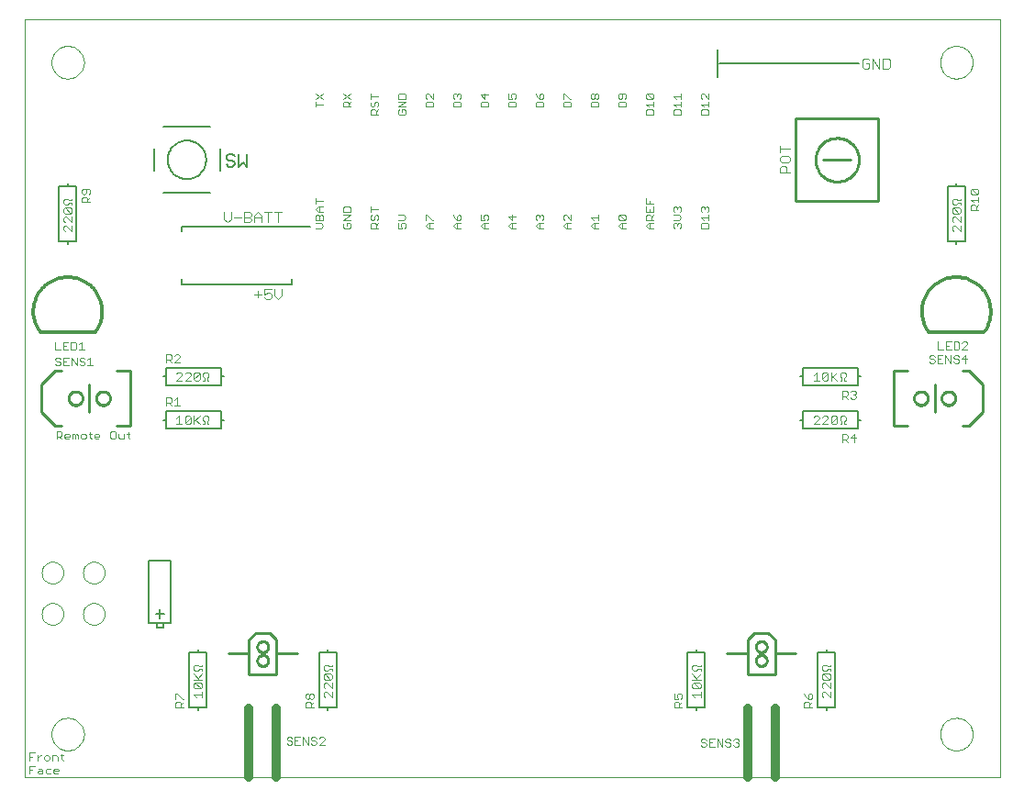
<source format=gto>
G75*
G70*
%OFA0B0*%
%FSLAX24Y24*%
%IPPOS*%
%LPD*%
%AMOC8*
5,1,8,0,0,1.08239X$1,22.5*
%
%ADD10C,0.0000*%
%ADD11C,0.0079*%
%ADD12C,0.0030*%
%ADD13C,0.0040*%
%ADD14C,0.0080*%
%ADD15C,0.0100*%
%ADD16C,0.0320*%
%ADD17C,0.0120*%
%ADD18C,0.0050*%
D10*
X000269Y000500D02*
X000269Y028059D01*
X035702Y028059D01*
X035702Y000500D01*
X000269Y000500D01*
X001253Y002075D02*
X001255Y002123D01*
X001261Y002171D01*
X001271Y002218D01*
X001284Y002264D01*
X001302Y002309D01*
X001322Y002353D01*
X001347Y002395D01*
X001375Y002434D01*
X001405Y002471D01*
X001439Y002505D01*
X001476Y002537D01*
X001514Y002566D01*
X001555Y002591D01*
X001598Y002613D01*
X001643Y002631D01*
X001689Y002645D01*
X001736Y002656D01*
X001784Y002663D01*
X001832Y002666D01*
X001880Y002665D01*
X001928Y002660D01*
X001976Y002651D01*
X002022Y002639D01*
X002067Y002622D01*
X002111Y002602D01*
X002153Y002579D01*
X002193Y002552D01*
X002231Y002522D01*
X002266Y002489D01*
X002298Y002453D01*
X002328Y002415D01*
X002354Y002374D01*
X002376Y002331D01*
X002396Y002287D01*
X002411Y002242D01*
X002423Y002195D01*
X002431Y002147D01*
X002435Y002099D01*
X002435Y002051D01*
X002431Y002003D01*
X002423Y001955D01*
X002411Y001908D01*
X002396Y001863D01*
X002376Y001819D01*
X002354Y001776D01*
X002328Y001735D01*
X002298Y001697D01*
X002266Y001661D01*
X002231Y001628D01*
X002193Y001598D01*
X002153Y001571D01*
X002111Y001548D01*
X002067Y001528D01*
X002022Y001511D01*
X001976Y001499D01*
X001928Y001490D01*
X001880Y001485D01*
X001832Y001484D01*
X001784Y001487D01*
X001736Y001494D01*
X001689Y001505D01*
X001643Y001519D01*
X001598Y001537D01*
X001555Y001559D01*
X001514Y001584D01*
X001476Y001613D01*
X001439Y001645D01*
X001405Y001679D01*
X001375Y001716D01*
X001347Y001755D01*
X001322Y001797D01*
X001302Y001841D01*
X001284Y001886D01*
X001271Y001932D01*
X001261Y001979D01*
X001255Y002027D01*
X001253Y002075D01*
X000898Y006443D02*
X000900Y006482D01*
X000906Y006521D01*
X000916Y006559D01*
X000929Y006596D01*
X000946Y006631D01*
X000966Y006665D01*
X000990Y006696D01*
X001017Y006725D01*
X001046Y006751D01*
X001078Y006774D01*
X001112Y006794D01*
X001148Y006810D01*
X001185Y006822D01*
X001224Y006831D01*
X001263Y006836D01*
X001302Y006837D01*
X001341Y006834D01*
X001380Y006827D01*
X001417Y006816D01*
X001454Y006802D01*
X001489Y006784D01*
X001522Y006763D01*
X001553Y006738D01*
X001581Y006711D01*
X001606Y006681D01*
X001628Y006648D01*
X001647Y006614D01*
X001662Y006578D01*
X001674Y006540D01*
X001682Y006502D01*
X001686Y006463D01*
X001686Y006423D01*
X001682Y006384D01*
X001674Y006346D01*
X001662Y006308D01*
X001647Y006272D01*
X001628Y006238D01*
X001606Y006205D01*
X001581Y006175D01*
X001553Y006148D01*
X001522Y006123D01*
X001489Y006102D01*
X001454Y006084D01*
X001417Y006070D01*
X001380Y006059D01*
X001341Y006052D01*
X001302Y006049D01*
X001263Y006050D01*
X001224Y006055D01*
X001185Y006064D01*
X001148Y006076D01*
X001112Y006092D01*
X001078Y006112D01*
X001046Y006135D01*
X001017Y006161D01*
X000990Y006190D01*
X000966Y006221D01*
X000946Y006255D01*
X000929Y006290D01*
X000916Y006327D01*
X000906Y006365D01*
X000900Y006404D01*
X000898Y006443D01*
X002398Y006443D02*
X002400Y006482D01*
X002406Y006521D01*
X002416Y006559D01*
X002429Y006596D01*
X002446Y006631D01*
X002466Y006665D01*
X002490Y006696D01*
X002517Y006725D01*
X002546Y006751D01*
X002578Y006774D01*
X002612Y006794D01*
X002648Y006810D01*
X002685Y006822D01*
X002724Y006831D01*
X002763Y006836D01*
X002802Y006837D01*
X002841Y006834D01*
X002880Y006827D01*
X002917Y006816D01*
X002954Y006802D01*
X002989Y006784D01*
X003022Y006763D01*
X003053Y006738D01*
X003081Y006711D01*
X003106Y006681D01*
X003128Y006648D01*
X003147Y006614D01*
X003162Y006578D01*
X003174Y006540D01*
X003182Y006502D01*
X003186Y006463D01*
X003186Y006423D01*
X003182Y006384D01*
X003174Y006346D01*
X003162Y006308D01*
X003147Y006272D01*
X003128Y006238D01*
X003106Y006205D01*
X003081Y006175D01*
X003053Y006148D01*
X003022Y006123D01*
X002989Y006102D01*
X002954Y006084D01*
X002917Y006070D01*
X002880Y006059D01*
X002841Y006052D01*
X002802Y006049D01*
X002763Y006050D01*
X002724Y006055D01*
X002685Y006064D01*
X002648Y006076D01*
X002612Y006092D01*
X002578Y006112D01*
X002546Y006135D01*
X002517Y006161D01*
X002490Y006190D01*
X002466Y006221D01*
X002446Y006255D01*
X002429Y006290D01*
X002416Y006327D01*
X002406Y006365D01*
X002400Y006404D01*
X002398Y006443D01*
X002398Y007943D02*
X002400Y007982D01*
X002406Y008021D01*
X002416Y008059D01*
X002429Y008096D01*
X002446Y008131D01*
X002466Y008165D01*
X002490Y008196D01*
X002517Y008225D01*
X002546Y008251D01*
X002578Y008274D01*
X002612Y008294D01*
X002648Y008310D01*
X002685Y008322D01*
X002724Y008331D01*
X002763Y008336D01*
X002802Y008337D01*
X002841Y008334D01*
X002880Y008327D01*
X002917Y008316D01*
X002954Y008302D01*
X002989Y008284D01*
X003022Y008263D01*
X003053Y008238D01*
X003081Y008211D01*
X003106Y008181D01*
X003128Y008148D01*
X003147Y008114D01*
X003162Y008078D01*
X003174Y008040D01*
X003182Y008002D01*
X003186Y007963D01*
X003186Y007923D01*
X003182Y007884D01*
X003174Y007846D01*
X003162Y007808D01*
X003147Y007772D01*
X003128Y007738D01*
X003106Y007705D01*
X003081Y007675D01*
X003053Y007648D01*
X003022Y007623D01*
X002989Y007602D01*
X002954Y007584D01*
X002917Y007570D01*
X002880Y007559D01*
X002841Y007552D01*
X002802Y007549D01*
X002763Y007550D01*
X002724Y007555D01*
X002685Y007564D01*
X002648Y007576D01*
X002612Y007592D01*
X002578Y007612D01*
X002546Y007635D01*
X002517Y007661D01*
X002490Y007690D01*
X002466Y007721D01*
X002446Y007755D01*
X002429Y007790D01*
X002416Y007827D01*
X002406Y007865D01*
X002400Y007904D01*
X002398Y007943D01*
X000898Y007943D02*
X000900Y007982D01*
X000906Y008021D01*
X000916Y008059D01*
X000929Y008096D01*
X000946Y008131D01*
X000966Y008165D01*
X000990Y008196D01*
X001017Y008225D01*
X001046Y008251D01*
X001078Y008274D01*
X001112Y008294D01*
X001148Y008310D01*
X001185Y008322D01*
X001224Y008331D01*
X001263Y008336D01*
X001302Y008337D01*
X001341Y008334D01*
X001380Y008327D01*
X001417Y008316D01*
X001454Y008302D01*
X001489Y008284D01*
X001522Y008263D01*
X001553Y008238D01*
X001581Y008211D01*
X001606Y008181D01*
X001628Y008148D01*
X001647Y008114D01*
X001662Y008078D01*
X001674Y008040D01*
X001682Y008002D01*
X001686Y007963D01*
X001686Y007923D01*
X001682Y007884D01*
X001674Y007846D01*
X001662Y007808D01*
X001647Y007772D01*
X001628Y007738D01*
X001606Y007705D01*
X001581Y007675D01*
X001553Y007648D01*
X001522Y007623D01*
X001489Y007602D01*
X001454Y007584D01*
X001417Y007570D01*
X001380Y007559D01*
X001341Y007552D01*
X001302Y007549D01*
X001263Y007550D01*
X001224Y007555D01*
X001185Y007564D01*
X001148Y007576D01*
X001112Y007592D01*
X001078Y007612D01*
X001046Y007635D01*
X001017Y007661D01*
X000990Y007690D01*
X000966Y007721D01*
X000946Y007755D01*
X000929Y007790D01*
X000916Y007827D01*
X000906Y007865D01*
X000900Y007904D01*
X000898Y007943D01*
X001253Y026484D02*
X001255Y026532D01*
X001261Y026580D01*
X001271Y026627D01*
X001284Y026673D01*
X001302Y026718D01*
X001322Y026762D01*
X001347Y026804D01*
X001375Y026843D01*
X001405Y026880D01*
X001439Y026914D01*
X001476Y026946D01*
X001514Y026975D01*
X001555Y027000D01*
X001598Y027022D01*
X001643Y027040D01*
X001689Y027054D01*
X001736Y027065D01*
X001784Y027072D01*
X001832Y027075D01*
X001880Y027074D01*
X001928Y027069D01*
X001976Y027060D01*
X002022Y027048D01*
X002067Y027031D01*
X002111Y027011D01*
X002153Y026988D01*
X002193Y026961D01*
X002231Y026931D01*
X002266Y026898D01*
X002298Y026862D01*
X002328Y026824D01*
X002354Y026783D01*
X002376Y026740D01*
X002396Y026696D01*
X002411Y026651D01*
X002423Y026604D01*
X002431Y026556D01*
X002435Y026508D01*
X002435Y026460D01*
X002431Y026412D01*
X002423Y026364D01*
X002411Y026317D01*
X002396Y026272D01*
X002376Y026228D01*
X002354Y026185D01*
X002328Y026144D01*
X002298Y026106D01*
X002266Y026070D01*
X002231Y026037D01*
X002193Y026007D01*
X002153Y025980D01*
X002111Y025957D01*
X002067Y025937D01*
X002022Y025920D01*
X001976Y025908D01*
X001928Y025899D01*
X001880Y025894D01*
X001832Y025893D01*
X001784Y025896D01*
X001736Y025903D01*
X001689Y025914D01*
X001643Y025928D01*
X001598Y025946D01*
X001555Y025968D01*
X001514Y025993D01*
X001476Y026022D01*
X001439Y026054D01*
X001405Y026088D01*
X001375Y026125D01*
X001347Y026164D01*
X001322Y026206D01*
X001302Y026250D01*
X001284Y026295D01*
X001271Y026341D01*
X001261Y026388D01*
X001255Y026436D01*
X001253Y026484D01*
X033536Y026484D02*
X033538Y026532D01*
X033544Y026580D01*
X033554Y026627D01*
X033567Y026673D01*
X033585Y026718D01*
X033605Y026762D01*
X033630Y026804D01*
X033658Y026843D01*
X033688Y026880D01*
X033722Y026914D01*
X033759Y026946D01*
X033797Y026975D01*
X033838Y027000D01*
X033881Y027022D01*
X033926Y027040D01*
X033972Y027054D01*
X034019Y027065D01*
X034067Y027072D01*
X034115Y027075D01*
X034163Y027074D01*
X034211Y027069D01*
X034259Y027060D01*
X034305Y027048D01*
X034350Y027031D01*
X034394Y027011D01*
X034436Y026988D01*
X034476Y026961D01*
X034514Y026931D01*
X034549Y026898D01*
X034581Y026862D01*
X034611Y026824D01*
X034637Y026783D01*
X034659Y026740D01*
X034679Y026696D01*
X034694Y026651D01*
X034706Y026604D01*
X034714Y026556D01*
X034718Y026508D01*
X034718Y026460D01*
X034714Y026412D01*
X034706Y026364D01*
X034694Y026317D01*
X034679Y026272D01*
X034659Y026228D01*
X034637Y026185D01*
X034611Y026144D01*
X034581Y026106D01*
X034549Y026070D01*
X034514Y026037D01*
X034476Y026007D01*
X034436Y025980D01*
X034394Y025957D01*
X034350Y025937D01*
X034305Y025920D01*
X034259Y025908D01*
X034211Y025899D01*
X034163Y025894D01*
X034115Y025893D01*
X034067Y025896D01*
X034019Y025903D01*
X033972Y025914D01*
X033926Y025928D01*
X033881Y025946D01*
X033838Y025968D01*
X033797Y025993D01*
X033759Y026022D01*
X033722Y026054D01*
X033688Y026088D01*
X033658Y026125D01*
X033630Y026164D01*
X033605Y026206D01*
X033585Y026250D01*
X033567Y026295D01*
X033554Y026341D01*
X033544Y026388D01*
X033538Y026436D01*
X033536Y026484D01*
X033536Y002075D02*
X033538Y002123D01*
X033544Y002171D01*
X033554Y002218D01*
X033567Y002264D01*
X033585Y002309D01*
X033605Y002353D01*
X033630Y002395D01*
X033658Y002434D01*
X033688Y002471D01*
X033722Y002505D01*
X033759Y002537D01*
X033797Y002566D01*
X033838Y002591D01*
X033881Y002613D01*
X033926Y002631D01*
X033972Y002645D01*
X034019Y002656D01*
X034067Y002663D01*
X034115Y002666D01*
X034163Y002665D01*
X034211Y002660D01*
X034259Y002651D01*
X034305Y002639D01*
X034350Y002622D01*
X034394Y002602D01*
X034436Y002579D01*
X034476Y002552D01*
X034514Y002522D01*
X034549Y002489D01*
X034581Y002453D01*
X034611Y002415D01*
X034637Y002374D01*
X034659Y002331D01*
X034679Y002287D01*
X034694Y002242D01*
X034706Y002195D01*
X034714Y002147D01*
X034718Y002099D01*
X034718Y002051D01*
X034714Y002003D01*
X034706Y001955D01*
X034694Y001908D01*
X034679Y001863D01*
X034659Y001819D01*
X034637Y001776D01*
X034611Y001735D01*
X034581Y001697D01*
X034549Y001661D01*
X034514Y001628D01*
X034476Y001598D01*
X034436Y001571D01*
X034394Y001548D01*
X034350Y001528D01*
X034305Y001511D01*
X034259Y001499D01*
X034211Y001490D01*
X034163Y001485D01*
X034115Y001484D01*
X034067Y001487D01*
X034019Y001494D01*
X033972Y001505D01*
X033926Y001519D01*
X033881Y001537D01*
X033838Y001559D01*
X033797Y001584D01*
X033759Y001613D01*
X033722Y001645D01*
X033688Y001679D01*
X033658Y001716D01*
X033630Y001755D01*
X033605Y001797D01*
X033585Y001841D01*
X033567Y001886D01*
X033554Y001932D01*
X033544Y001979D01*
X033538Y002027D01*
X033536Y002075D01*
D11*
X010662Y020500D02*
X005977Y020500D01*
X005977Y020343D01*
X005977Y018610D02*
X005977Y018413D01*
X009993Y018413D01*
X009993Y018610D01*
X025466Y025933D02*
X025466Y026957D01*
X025505Y026445D02*
X030584Y026445D01*
D12*
X030717Y026568D02*
X030717Y026322D01*
X030779Y026260D01*
X030902Y026260D01*
X030964Y026322D01*
X030964Y026445D01*
X030840Y026445D01*
X030717Y026568D02*
X030779Y026630D01*
X030902Y026630D01*
X030964Y026568D01*
X031085Y026630D02*
X031085Y026260D01*
X031332Y026260D02*
X031332Y026630D01*
X031453Y026630D02*
X031639Y026630D01*
X031700Y026568D01*
X031700Y026322D01*
X031639Y026260D01*
X031453Y026260D01*
X031453Y026630D01*
X031085Y026630D02*
X031332Y026260D01*
X028088Y023334D02*
X027718Y023334D01*
X027718Y023457D02*
X027718Y023210D01*
X027780Y023089D02*
X027718Y023027D01*
X027718Y022904D01*
X027780Y022842D01*
X028027Y022842D01*
X028088Y022904D01*
X028088Y023027D01*
X028027Y023089D01*
X027780Y023089D01*
X027780Y022721D02*
X027903Y022721D01*
X027965Y022659D01*
X027965Y022474D01*
X028088Y022474D02*
X027718Y022474D01*
X027718Y022659D01*
X027780Y022721D01*
X025130Y021190D02*
X025130Y021094D01*
X025082Y021045D01*
X025130Y020944D02*
X025130Y020751D01*
X025130Y020847D02*
X024840Y020847D01*
X024937Y020751D01*
X024888Y020649D02*
X024840Y020601D01*
X024840Y020456D01*
X025130Y020456D01*
X025130Y020601D01*
X025082Y020649D01*
X024888Y020649D01*
X024888Y021045D02*
X024840Y021094D01*
X024840Y021190D01*
X024888Y021239D01*
X024937Y021239D01*
X024985Y021190D01*
X025034Y021239D01*
X025082Y021239D01*
X025130Y021190D01*
X024985Y021190D02*
X024985Y021142D01*
X024130Y021094D02*
X024082Y021045D01*
X024130Y021094D02*
X024130Y021190D01*
X024082Y021239D01*
X024034Y021239D01*
X023985Y021190D01*
X023985Y021142D01*
X023985Y021190D02*
X023937Y021239D01*
X023888Y021239D01*
X023840Y021190D01*
X023840Y021094D01*
X023888Y021045D01*
X023840Y020944D02*
X024034Y020944D01*
X024130Y020847D01*
X024034Y020751D01*
X023840Y020751D01*
X023888Y020649D02*
X023937Y020649D01*
X023985Y020601D01*
X024034Y020649D01*
X024082Y020649D01*
X024130Y020601D01*
X024130Y020504D01*
X024082Y020456D01*
X023985Y020553D02*
X023985Y020601D01*
X023888Y020649D02*
X023840Y020601D01*
X023840Y020504D01*
X023888Y020456D01*
X023130Y020456D02*
X022937Y020456D01*
X022840Y020553D01*
X022937Y020649D01*
X023130Y020649D01*
X023130Y020751D02*
X022840Y020751D01*
X022840Y020896D01*
X022888Y020944D01*
X022985Y020944D01*
X023034Y020896D01*
X023034Y020751D01*
X023034Y020847D02*
X023130Y020944D01*
X023130Y021045D02*
X022840Y021045D01*
X022840Y021239D01*
X022840Y021340D02*
X022840Y021533D01*
X022985Y021437D02*
X022985Y021340D01*
X023130Y021340D02*
X022840Y021340D01*
X022985Y021142D02*
X022985Y021045D01*
X023130Y021045D02*
X023130Y021239D01*
X022985Y020649D02*
X022985Y020456D01*
X022130Y020456D02*
X021937Y020456D01*
X021840Y020553D01*
X021937Y020649D01*
X022130Y020649D01*
X022082Y020751D02*
X021888Y020944D01*
X022082Y020944D01*
X022130Y020896D01*
X022130Y020799D01*
X022082Y020751D01*
X021888Y020751D01*
X021840Y020799D01*
X021840Y020896D01*
X021888Y020944D01*
X021985Y020649D02*
X021985Y020456D01*
X021130Y020456D02*
X020937Y020456D01*
X020840Y020553D01*
X020937Y020649D01*
X021130Y020649D01*
X021130Y020751D02*
X021130Y020944D01*
X021130Y020847D02*
X020840Y020847D01*
X020937Y020751D01*
X020985Y020649D02*
X020985Y020456D01*
X020130Y020456D02*
X019937Y020456D01*
X019840Y020553D01*
X019937Y020649D01*
X020130Y020649D01*
X020130Y020751D02*
X019937Y020944D01*
X019888Y020944D01*
X019840Y020896D01*
X019840Y020799D01*
X019888Y020751D01*
X019985Y020649D02*
X019985Y020456D01*
X020130Y020751D02*
X020130Y020944D01*
X019130Y020896D02*
X019130Y020799D01*
X019082Y020751D01*
X019130Y020649D02*
X018937Y020649D01*
X018840Y020553D01*
X018937Y020456D01*
X019130Y020456D01*
X018985Y020456D02*
X018985Y020649D01*
X018888Y020751D02*
X018840Y020799D01*
X018840Y020896D01*
X018888Y020944D01*
X018937Y020944D01*
X018985Y020896D01*
X019034Y020944D01*
X019082Y020944D01*
X019130Y020896D01*
X018985Y020896D02*
X018985Y020847D01*
X018130Y020896D02*
X017840Y020896D01*
X017985Y020751D01*
X017985Y020944D01*
X017985Y020649D02*
X017985Y020456D01*
X017937Y020456D02*
X017840Y020553D01*
X017937Y020649D01*
X018130Y020649D01*
X018130Y020456D02*
X017937Y020456D01*
X017130Y020456D02*
X016937Y020456D01*
X016840Y020553D01*
X016937Y020649D01*
X017130Y020649D01*
X017082Y020751D02*
X017130Y020799D01*
X017130Y020896D01*
X017082Y020944D01*
X016985Y020944D01*
X016937Y020896D01*
X016937Y020847D01*
X016985Y020751D01*
X016840Y020751D01*
X016840Y020944D01*
X016985Y020649D02*
X016985Y020456D01*
X016130Y020456D02*
X015937Y020456D01*
X015840Y020553D01*
X015937Y020649D01*
X016130Y020649D01*
X016082Y020751D02*
X016130Y020799D01*
X016130Y020896D01*
X016082Y020944D01*
X016034Y020944D01*
X015985Y020896D01*
X015985Y020751D01*
X016082Y020751D01*
X015985Y020751D02*
X015888Y020847D01*
X015840Y020944D01*
X015985Y020649D02*
X015985Y020456D01*
X015130Y020456D02*
X014937Y020456D01*
X014840Y020553D01*
X014937Y020649D01*
X015130Y020649D01*
X015130Y020751D02*
X015082Y020751D01*
X014888Y020944D01*
X014840Y020944D01*
X014840Y020751D01*
X014985Y020649D02*
X014985Y020456D01*
X014130Y020504D02*
X014082Y020456D01*
X014130Y020504D02*
X014130Y020601D01*
X014082Y020649D01*
X013985Y020649D01*
X013937Y020601D01*
X013937Y020553D01*
X013985Y020456D01*
X013840Y020456D01*
X013840Y020649D01*
X013840Y020751D02*
X014034Y020751D01*
X014130Y020847D01*
X014034Y020944D01*
X013840Y020944D01*
X013130Y020896D02*
X013130Y020799D01*
X013082Y020751D01*
X012985Y020799D02*
X012985Y020896D01*
X013034Y020944D01*
X013082Y020944D01*
X013130Y020896D01*
X012985Y020799D02*
X012937Y020751D01*
X012888Y020751D01*
X012840Y020799D01*
X012840Y020896D01*
X012888Y020944D01*
X012840Y021045D02*
X012840Y021239D01*
X012840Y021142D02*
X013130Y021142D01*
X013130Y020649D02*
X013034Y020553D01*
X013034Y020601D02*
X013034Y020456D01*
X013130Y020456D02*
X012840Y020456D01*
X012840Y020601D01*
X012888Y020649D01*
X012985Y020649D01*
X013034Y020601D01*
X012130Y020601D02*
X012082Y020649D01*
X011985Y020649D01*
X011985Y020553D01*
X011888Y020649D02*
X011840Y020601D01*
X011840Y020504D01*
X011888Y020456D01*
X012082Y020456D01*
X012130Y020504D01*
X012130Y020601D01*
X012130Y020751D02*
X011840Y020751D01*
X012130Y020944D01*
X011840Y020944D01*
X011840Y021045D02*
X011840Y021190D01*
X011888Y021239D01*
X012082Y021239D01*
X012130Y021190D01*
X012130Y021045D01*
X011840Y021045D01*
X011130Y021045D02*
X010937Y021045D01*
X010840Y021142D01*
X010937Y021239D01*
X011130Y021239D01*
X010985Y021239D02*
X010985Y021045D01*
X010937Y020944D02*
X010985Y020896D01*
X010985Y020751D01*
X011034Y020649D02*
X010840Y020649D01*
X010840Y020751D02*
X010840Y020896D01*
X010888Y020944D01*
X010937Y020944D01*
X010985Y020896D02*
X011034Y020944D01*
X011082Y020944D01*
X011130Y020896D01*
X011130Y020751D01*
X010840Y020751D01*
X011034Y020649D02*
X011130Y020553D01*
X011034Y020456D01*
X010840Y020456D01*
X010840Y021340D02*
X010840Y021533D01*
X010840Y021437D02*
X011130Y021437D01*
X009611Y021040D02*
X009364Y021040D01*
X009243Y021040D02*
X008996Y021040D01*
X009119Y021040D02*
X009119Y020669D01*
X008875Y020669D02*
X008875Y020916D01*
X008751Y021040D01*
X008628Y020916D01*
X008628Y020669D01*
X008506Y020731D02*
X008444Y020669D01*
X008259Y020669D01*
X008259Y021040D01*
X008444Y021040D01*
X008506Y020978D01*
X008506Y020916D01*
X008444Y020854D01*
X008259Y020854D01*
X008138Y020854D02*
X007891Y020854D01*
X007770Y020793D02*
X007770Y021040D01*
X007770Y020793D02*
X007646Y020669D01*
X007523Y020793D01*
X007523Y021040D01*
X008444Y020854D02*
X008506Y020793D01*
X008506Y020731D01*
X008628Y020854D02*
X008875Y020854D01*
X009488Y020669D02*
X009488Y021040D01*
X009611Y018244D02*
X009611Y017997D01*
X009488Y017874D01*
X009364Y017997D01*
X009364Y018244D01*
X009243Y018244D02*
X008996Y018244D01*
X008996Y018059D01*
X009119Y018121D01*
X009181Y018121D01*
X009243Y018059D01*
X009243Y017936D01*
X009181Y017874D01*
X009058Y017874D01*
X008996Y017936D01*
X008875Y018059D02*
X008628Y018059D01*
X008751Y017936D02*
X008751Y018183D01*
X005914Y015824D02*
X005865Y015872D01*
X005769Y015872D01*
X005720Y015824D01*
X005619Y015824D02*
X005619Y015727D01*
X005571Y015679D01*
X005426Y015679D01*
X005522Y015679D02*
X005619Y015582D01*
X005720Y015582D02*
X005914Y015775D01*
X005914Y015824D01*
X005914Y015582D02*
X005720Y015582D01*
X005619Y015824D02*
X005571Y015872D01*
X005426Y015872D01*
X005426Y015582D01*
X005426Y014297D02*
X005571Y014297D01*
X005619Y014249D01*
X005619Y014152D01*
X005571Y014104D01*
X005426Y014104D01*
X005522Y014104D02*
X005619Y014007D01*
X005720Y014007D02*
X005914Y014007D01*
X005817Y014007D02*
X005817Y014297D01*
X005720Y014201D01*
X005426Y014297D02*
X005426Y014007D01*
X002758Y015472D02*
X002565Y015472D01*
X002661Y015472D02*
X002661Y015762D01*
X002565Y015665D01*
X002464Y015714D02*
X002415Y015762D01*
X002318Y015762D01*
X002270Y015714D01*
X002270Y015665D01*
X002318Y015617D01*
X002415Y015617D01*
X002464Y015568D01*
X002464Y015520D01*
X002415Y015472D01*
X002318Y015472D01*
X002270Y015520D01*
X002169Y015472D02*
X002169Y015762D01*
X001975Y015762D02*
X001975Y015472D01*
X001874Y015472D02*
X001681Y015472D01*
X001681Y015762D01*
X001874Y015762D01*
X001975Y015762D02*
X002169Y015472D01*
X001778Y015617D02*
X001681Y015617D01*
X001580Y015568D02*
X001531Y015617D01*
X001435Y015617D01*
X001386Y015665D01*
X001386Y015714D01*
X001435Y015762D01*
X001531Y015762D01*
X001580Y015714D01*
X001580Y015568D02*
X001580Y015520D01*
X001531Y015472D01*
X001435Y015472D01*
X001386Y015520D01*
X001376Y016040D02*
X001570Y016040D01*
X001671Y016040D02*
X001864Y016040D01*
X001966Y016040D02*
X002111Y016040D01*
X002159Y016088D01*
X002159Y016282D01*
X002111Y016330D01*
X001966Y016330D01*
X001966Y016040D01*
X001768Y016185D02*
X001671Y016185D01*
X001671Y016330D02*
X001671Y016040D01*
X001671Y016330D02*
X001864Y016330D01*
X002260Y016233D02*
X002357Y016330D01*
X002357Y016040D01*
X002260Y016040D02*
X002454Y016040D01*
X001376Y016040D02*
X001376Y016330D01*
X002358Y021398D02*
X002358Y021543D01*
X002407Y021592D01*
X002503Y021592D01*
X002552Y021543D01*
X002552Y021398D01*
X002649Y021398D02*
X002358Y021398D01*
X002552Y021495D02*
X002649Y021592D01*
X002600Y021693D02*
X002649Y021741D01*
X002649Y021838D01*
X002600Y021886D01*
X002407Y021886D01*
X002358Y021838D01*
X002358Y021741D01*
X002407Y021693D01*
X002455Y021693D01*
X002503Y021741D01*
X002503Y021886D01*
X010840Y024867D02*
X010840Y025060D01*
X010840Y024963D02*
X011130Y024963D01*
X011130Y025161D02*
X010840Y025355D01*
X010840Y025161D02*
X011130Y025355D01*
X011840Y025355D02*
X012130Y025161D01*
X012130Y025060D02*
X012034Y024963D01*
X012034Y025012D02*
X012034Y024867D01*
X012130Y024867D02*
X011840Y024867D01*
X011840Y025012D01*
X011888Y025060D01*
X011985Y025060D01*
X012034Y025012D01*
X011840Y025161D02*
X012130Y025355D01*
X012840Y025355D02*
X012840Y025161D01*
X012840Y025258D02*
X013130Y025258D01*
X013082Y025060D02*
X013130Y025012D01*
X013130Y024915D01*
X013082Y024867D01*
X012985Y024915D02*
X012985Y025012D01*
X013034Y025060D01*
X013082Y025060D01*
X012985Y024915D02*
X012937Y024867D01*
X012888Y024867D01*
X012840Y024915D01*
X012840Y025012D01*
X012888Y025060D01*
X012888Y024765D02*
X012985Y024765D01*
X013034Y024717D01*
X013034Y024572D01*
X013130Y024572D02*
X012840Y024572D01*
X012840Y024717D01*
X012888Y024765D01*
X013034Y024669D02*
X013130Y024765D01*
X013840Y024717D02*
X013840Y024620D01*
X013888Y024572D01*
X014082Y024572D01*
X014130Y024620D01*
X014130Y024717D01*
X014082Y024765D01*
X013985Y024765D01*
X013985Y024669D01*
X013888Y024765D02*
X013840Y024717D01*
X013840Y024867D02*
X014130Y025060D01*
X013840Y025060D01*
X013840Y025161D02*
X013840Y025306D01*
X013888Y025355D01*
X014082Y025355D01*
X014130Y025306D01*
X014130Y025161D01*
X013840Y025161D01*
X013840Y024867D02*
X014130Y024867D01*
X014840Y024867D02*
X014840Y025012D01*
X014888Y025060D01*
X015082Y025060D01*
X015130Y025012D01*
X015130Y024867D01*
X014840Y024867D01*
X014888Y025161D02*
X014840Y025210D01*
X014840Y025306D01*
X014888Y025355D01*
X014937Y025355D01*
X015130Y025161D01*
X015130Y025355D01*
X015840Y025306D02*
X015840Y025210D01*
X015888Y025161D01*
X015888Y025060D02*
X015840Y025012D01*
X015840Y024867D01*
X016130Y024867D01*
X016130Y025012D01*
X016082Y025060D01*
X015888Y025060D01*
X016082Y025161D02*
X016130Y025210D01*
X016130Y025306D01*
X016082Y025355D01*
X016034Y025355D01*
X015985Y025306D01*
X015985Y025258D01*
X015985Y025306D02*
X015937Y025355D01*
X015888Y025355D01*
X015840Y025306D01*
X016840Y025306D02*
X016985Y025161D01*
X016985Y025355D01*
X017130Y025306D02*
X016840Y025306D01*
X016888Y025060D02*
X016840Y025012D01*
X016840Y024867D01*
X017130Y024867D01*
X017130Y025012D01*
X017082Y025060D01*
X016888Y025060D01*
X017840Y025012D02*
X017840Y024867D01*
X018130Y024867D01*
X018130Y025012D01*
X018082Y025060D01*
X017888Y025060D01*
X017840Y025012D01*
X017840Y025161D02*
X017985Y025161D01*
X017937Y025258D01*
X017937Y025306D01*
X017985Y025355D01*
X018082Y025355D01*
X018130Y025306D01*
X018130Y025210D01*
X018082Y025161D01*
X017840Y025161D02*
X017840Y025355D01*
X018840Y025355D02*
X018888Y025258D01*
X018985Y025161D01*
X018985Y025306D01*
X019034Y025355D01*
X019082Y025355D01*
X019130Y025306D01*
X019130Y025210D01*
X019082Y025161D01*
X018985Y025161D01*
X018888Y025060D02*
X018840Y025012D01*
X018840Y024867D01*
X019130Y024867D01*
X019130Y025012D01*
X019082Y025060D01*
X018888Y025060D01*
X019840Y025012D02*
X019840Y024867D01*
X020130Y024867D01*
X020130Y025012D01*
X020082Y025060D01*
X019888Y025060D01*
X019840Y025012D01*
X019840Y025161D02*
X019840Y025355D01*
X019888Y025355D01*
X020082Y025161D01*
X020130Y025161D01*
X020840Y025210D02*
X020840Y025306D01*
X020888Y025355D01*
X020937Y025355D01*
X020985Y025306D01*
X020985Y025210D01*
X020937Y025161D01*
X020888Y025161D01*
X020840Y025210D01*
X020985Y025210D02*
X021034Y025161D01*
X021082Y025161D01*
X021130Y025210D01*
X021130Y025306D01*
X021082Y025355D01*
X021034Y025355D01*
X020985Y025306D01*
X020888Y025060D02*
X020840Y025012D01*
X020840Y024867D01*
X021130Y024867D01*
X021130Y025012D01*
X021082Y025060D01*
X020888Y025060D01*
X021840Y025012D02*
X021840Y024867D01*
X022130Y024867D01*
X022130Y025012D01*
X022082Y025060D01*
X021888Y025060D01*
X021840Y025012D01*
X021888Y025161D02*
X021937Y025161D01*
X021985Y025210D01*
X021985Y025355D01*
X022082Y025355D02*
X021888Y025355D01*
X021840Y025306D01*
X021840Y025210D01*
X021888Y025161D01*
X022082Y025161D02*
X022130Y025210D01*
X022130Y025306D01*
X022082Y025355D01*
X022840Y025306D02*
X022840Y025210D01*
X022888Y025161D01*
X023082Y025161D01*
X022888Y025355D01*
X023082Y025355D01*
X023130Y025306D01*
X023130Y025210D01*
X023082Y025161D01*
X023130Y025060D02*
X023130Y024867D01*
X023130Y024963D02*
X022840Y024963D01*
X022937Y024867D01*
X022888Y024765D02*
X022840Y024717D01*
X022840Y024572D01*
X023130Y024572D01*
X023130Y024717D01*
X023082Y024765D01*
X022888Y024765D01*
X022840Y025306D02*
X022888Y025355D01*
X023840Y025258D02*
X023937Y025161D01*
X023840Y025258D02*
X024130Y025258D01*
X024130Y025161D02*
X024130Y025355D01*
X024130Y025060D02*
X024130Y024867D01*
X024130Y024963D02*
X023840Y024963D01*
X023937Y024867D01*
X023888Y024765D02*
X023840Y024717D01*
X023840Y024572D01*
X024130Y024572D01*
X024130Y024717D01*
X024082Y024765D01*
X023888Y024765D01*
X024840Y024717D02*
X024840Y024572D01*
X025130Y024572D01*
X025130Y024717D01*
X025082Y024765D01*
X024888Y024765D01*
X024840Y024717D01*
X024937Y024867D02*
X024840Y024963D01*
X025130Y024963D01*
X025130Y024867D02*
X025130Y025060D01*
X025130Y025161D02*
X024937Y025355D01*
X024888Y025355D01*
X024840Y025306D01*
X024840Y025210D01*
X024888Y025161D01*
X025130Y025161D02*
X025130Y025355D01*
X034642Y021838D02*
X034642Y021741D01*
X034690Y021693D01*
X034884Y021693D01*
X034690Y021886D01*
X034884Y021886D01*
X034932Y021838D01*
X034932Y021741D01*
X034884Y021693D01*
X034932Y021592D02*
X034932Y021398D01*
X034932Y021495D02*
X034642Y021495D01*
X034739Y021398D01*
X034787Y021297D02*
X034835Y021249D01*
X034835Y021103D01*
X034932Y021103D02*
X034642Y021103D01*
X034642Y021249D01*
X034690Y021297D01*
X034787Y021297D01*
X034835Y021200D02*
X034932Y021297D01*
X034642Y021838D02*
X034690Y021886D01*
X034475Y016338D02*
X034378Y016338D01*
X034330Y016290D01*
X034229Y016290D02*
X034180Y016338D01*
X034035Y016338D01*
X034035Y016048D01*
X034180Y016048D01*
X034229Y016096D01*
X034229Y016290D01*
X034475Y016338D02*
X034523Y016290D01*
X034523Y016241D01*
X034330Y016048D01*
X034523Y016048D01*
X034465Y015844D02*
X034320Y015698D01*
X034513Y015698D01*
X034465Y015553D02*
X034465Y015844D01*
X034219Y015795D02*
X034170Y015844D01*
X034074Y015844D01*
X034025Y015795D01*
X034025Y015747D01*
X034074Y015698D01*
X034170Y015698D01*
X034219Y015650D01*
X034219Y015602D01*
X034170Y015553D01*
X034074Y015553D01*
X034025Y015602D01*
X033924Y015553D02*
X033924Y015844D01*
X033731Y015844D02*
X033731Y015553D01*
X033629Y015553D02*
X033436Y015553D01*
X033436Y015844D01*
X033629Y015844D01*
X033731Y015844D02*
X033924Y015553D01*
X033533Y015698D02*
X033436Y015698D01*
X033335Y015650D02*
X033335Y015602D01*
X033286Y015553D01*
X033190Y015553D01*
X033141Y015602D01*
X033190Y015698D02*
X033286Y015698D01*
X033335Y015650D01*
X033335Y015795D02*
X033286Y015844D01*
X033190Y015844D01*
X033141Y015795D01*
X033141Y015747D01*
X033190Y015698D01*
X033446Y016048D02*
X033639Y016048D01*
X033740Y016048D02*
X033934Y016048D01*
X033837Y016193D02*
X033740Y016193D01*
X033740Y016338D02*
X033740Y016048D01*
X033740Y016338D02*
X033934Y016338D01*
X033446Y016338D02*
X033446Y016048D01*
X030474Y014504D02*
X030474Y014455D01*
X030426Y014407D01*
X030474Y014359D01*
X030474Y014310D01*
X030426Y014262D01*
X030329Y014262D01*
X030280Y014310D01*
X030179Y014262D02*
X030083Y014359D01*
X030131Y014359D02*
X029986Y014359D01*
X029986Y014262D02*
X029986Y014552D01*
X030131Y014552D01*
X030179Y014504D01*
X030179Y014407D01*
X030131Y014359D01*
X030280Y014504D02*
X030329Y014552D01*
X030426Y014552D01*
X030474Y014504D01*
X030426Y014407D02*
X030377Y014407D01*
X030426Y012977D02*
X030280Y012832D01*
X030474Y012832D01*
X030426Y012687D02*
X030426Y012977D01*
X030179Y012929D02*
X030179Y012832D01*
X030131Y012784D01*
X029986Y012784D01*
X030083Y012784D02*
X030179Y012687D01*
X029986Y012687D02*
X029986Y012977D01*
X030131Y012977D01*
X030179Y012929D01*
X028839Y003546D02*
X028791Y003546D01*
X028743Y003498D01*
X028743Y003353D01*
X028839Y003353D01*
X028888Y003401D01*
X028888Y003498D01*
X028839Y003546D01*
X028646Y003450D02*
X028743Y003353D01*
X028743Y003252D02*
X028791Y003203D01*
X028791Y003058D01*
X028888Y003058D02*
X028597Y003058D01*
X028597Y003203D01*
X028646Y003252D01*
X028743Y003252D01*
X028791Y003155D02*
X028888Y003252D01*
X028646Y003450D02*
X028597Y003546D01*
X026218Y001862D02*
X026218Y001814D01*
X026170Y001765D01*
X026218Y001717D01*
X026218Y001669D01*
X026170Y001620D01*
X026073Y001620D01*
X026025Y001669D01*
X025923Y001669D02*
X025875Y001620D01*
X025778Y001620D01*
X025730Y001669D01*
X025778Y001765D02*
X025875Y001765D01*
X025923Y001717D01*
X025923Y001669D01*
X025778Y001765D02*
X025730Y001814D01*
X025730Y001862D01*
X025778Y001910D01*
X025875Y001910D01*
X025923Y001862D01*
X026025Y001862D02*
X026073Y001910D01*
X026170Y001910D01*
X026218Y001862D01*
X026170Y001765D02*
X026121Y001765D01*
X025629Y001620D02*
X025629Y001910D01*
X025435Y001910D02*
X025435Y001620D01*
X025334Y001620D02*
X025141Y001620D01*
X025141Y001910D01*
X025334Y001910D01*
X025435Y001910D02*
X025629Y001620D01*
X025237Y001765D02*
X025141Y001765D01*
X025039Y001717D02*
X025039Y001669D01*
X024991Y001620D01*
X024894Y001620D01*
X024846Y001669D01*
X024894Y001765D02*
X024991Y001765D01*
X025039Y001717D01*
X025039Y001862D02*
X024991Y001910D01*
X024894Y001910D01*
X024846Y001862D01*
X024846Y001814D01*
X024894Y001765D01*
X024163Y003058D02*
X023873Y003058D01*
X023873Y003203D01*
X023921Y003252D01*
X024018Y003252D01*
X024066Y003203D01*
X024066Y003058D01*
X024066Y003155D02*
X024163Y003252D01*
X024115Y003353D02*
X024163Y003401D01*
X024163Y003498D01*
X024115Y003546D01*
X024018Y003546D01*
X023970Y003498D01*
X023970Y003450D01*
X024018Y003353D01*
X023873Y003353D01*
X023873Y003546D01*
X011172Y001930D02*
X011123Y001978D01*
X011027Y001978D01*
X010978Y001930D01*
X010877Y001930D02*
X010829Y001978D01*
X010732Y001978D01*
X010683Y001930D01*
X010683Y001882D01*
X010732Y001833D01*
X010829Y001833D01*
X010877Y001785D01*
X010877Y001737D01*
X010829Y001688D01*
X010732Y001688D01*
X010683Y001737D01*
X010582Y001688D02*
X010582Y001978D01*
X010389Y001978D02*
X010389Y001688D01*
X010288Y001688D02*
X010094Y001688D01*
X010094Y001978D01*
X010288Y001978D01*
X010389Y001978D02*
X010582Y001688D01*
X010978Y001688D02*
X011172Y001882D01*
X011172Y001930D01*
X011172Y001688D02*
X010978Y001688D01*
X010191Y001833D02*
X010094Y001833D01*
X009993Y001785D02*
X009993Y001737D01*
X009945Y001688D01*
X009848Y001688D01*
X009800Y001737D01*
X009848Y001833D02*
X009945Y001833D01*
X009993Y001785D01*
X009993Y001930D02*
X009945Y001978D01*
X009848Y001978D01*
X009800Y001930D01*
X009800Y001882D01*
X009848Y001833D01*
X010487Y003058D02*
X010487Y003203D01*
X010536Y003252D01*
X010632Y003252D01*
X010681Y003203D01*
X010681Y003058D01*
X010777Y003058D02*
X010487Y003058D01*
X010681Y003155D02*
X010777Y003252D01*
X010729Y003353D02*
X010681Y003353D01*
X010632Y003401D01*
X010632Y003498D01*
X010681Y003546D01*
X010729Y003546D01*
X010777Y003498D01*
X010777Y003401D01*
X010729Y003353D01*
X010632Y003401D02*
X010584Y003353D01*
X010536Y003353D01*
X010487Y003401D01*
X010487Y003498D01*
X010536Y003546D01*
X010584Y003546D01*
X010632Y003498D01*
X006053Y003353D02*
X006005Y003353D01*
X005811Y003546D01*
X005763Y003546D01*
X005763Y003353D01*
X005811Y003252D02*
X005908Y003252D01*
X005956Y003203D01*
X005956Y003058D01*
X006053Y003058D02*
X005763Y003058D01*
X005763Y003203D01*
X005811Y003252D01*
X005956Y003155D02*
X006053Y003252D01*
D13*
X006413Y003522D02*
X006723Y003522D01*
X006723Y003419D02*
X006723Y003626D01*
X006671Y003741D02*
X006464Y003948D01*
X006671Y003948D01*
X006723Y003896D01*
X006723Y003793D01*
X006671Y003741D01*
X006464Y003741D01*
X006413Y003793D01*
X006413Y003896D01*
X006464Y003948D01*
X006413Y004063D02*
X006723Y004063D01*
X006620Y004063D02*
X006413Y004270D01*
X006464Y004386D02*
X006413Y004437D01*
X006413Y004541D01*
X006464Y004592D01*
X006568Y004592D01*
X006620Y004541D01*
X006723Y004541D01*
X006723Y004592D01*
X006723Y004437D02*
X006620Y004437D01*
X006568Y004386D01*
X006464Y004386D01*
X006723Y004386D02*
X006723Y004437D01*
X006723Y004270D02*
X006568Y004115D01*
X006413Y003522D02*
X006516Y003419D01*
X011137Y003470D02*
X011189Y003419D01*
X011137Y003470D02*
X011137Y003574D01*
X011189Y003626D01*
X011241Y003626D01*
X011447Y003419D01*
X011447Y003626D01*
X011447Y003741D02*
X011241Y003948D01*
X011189Y003948D01*
X011137Y003896D01*
X011137Y003793D01*
X011189Y003741D01*
X011447Y003741D02*
X011447Y003948D01*
X011396Y004063D02*
X011189Y004270D01*
X011396Y004270D01*
X011447Y004218D01*
X011447Y004115D01*
X011396Y004063D01*
X011189Y004063D01*
X011137Y004115D01*
X011137Y004218D01*
X011189Y004270D01*
X011189Y004386D02*
X011137Y004437D01*
X011137Y004541D01*
X011189Y004592D01*
X011292Y004592D01*
X011344Y004541D01*
X011447Y004541D01*
X011447Y004592D01*
X011447Y004437D02*
X011344Y004437D01*
X011292Y004386D01*
X011189Y004386D01*
X011447Y004386D02*
X011447Y004437D01*
X001669Y001305D02*
X001576Y001305D01*
X001622Y001352D02*
X001622Y001165D01*
X001669Y001118D01*
X001468Y001118D02*
X001468Y001258D01*
X001421Y001305D01*
X001281Y001305D01*
X001281Y001118D01*
X001173Y001165D02*
X001127Y001118D01*
X001033Y001118D01*
X000986Y001165D01*
X000986Y001258D01*
X001033Y001305D01*
X001127Y001305D01*
X001173Y001258D01*
X001173Y001165D01*
X000881Y001305D02*
X000834Y001305D01*
X000741Y001212D01*
X000741Y001305D02*
X000741Y001118D01*
X000633Y000918D02*
X000446Y000918D01*
X000446Y000638D01*
X000446Y000778D02*
X000540Y000778D01*
X000741Y000685D02*
X000788Y000732D01*
X000928Y000732D01*
X000928Y000778D02*
X000928Y000638D01*
X000788Y000638D01*
X000741Y000685D01*
X000788Y000825D02*
X000881Y000825D01*
X000928Y000778D01*
X001036Y000778D02*
X001036Y000685D01*
X001082Y000638D01*
X001222Y000638D01*
X001330Y000685D02*
X001330Y000778D01*
X001377Y000825D01*
X001470Y000825D01*
X001517Y000778D01*
X001517Y000732D01*
X001330Y000732D01*
X001330Y000685D02*
X001377Y000638D01*
X001470Y000638D01*
X001222Y000825D02*
X001082Y000825D01*
X001036Y000778D01*
X000446Y001118D02*
X000446Y001398D01*
X000633Y001398D01*
X000540Y001258D02*
X000446Y001258D01*
X001433Y012798D02*
X001433Y013079D01*
X001574Y013079D01*
X001620Y013032D01*
X001620Y012939D01*
X001574Y012892D01*
X001433Y012892D01*
X001527Y012892D02*
X001620Y012798D01*
X001728Y012845D02*
X001728Y012939D01*
X001775Y012985D01*
X001868Y012985D01*
X001915Y012939D01*
X001915Y012892D01*
X001728Y012892D01*
X001728Y012845D02*
X001775Y012798D01*
X001868Y012798D01*
X002023Y012798D02*
X002023Y012985D01*
X002069Y012985D01*
X002116Y012939D01*
X002163Y012985D01*
X002210Y012939D01*
X002210Y012798D01*
X002116Y012798D02*
X002116Y012939D01*
X002317Y012939D02*
X002317Y012845D01*
X002364Y012798D01*
X002457Y012798D01*
X002504Y012845D01*
X002504Y012939D01*
X002457Y012985D01*
X002364Y012985D01*
X002317Y012939D01*
X002612Y012985D02*
X002705Y012985D01*
X002659Y013032D02*
X002659Y012845D01*
X002705Y012798D01*
X002808Y012845D02*
X002808Y012939D01*
X002855Y012985D01*
X002949Y012985D01*
X002995Y012939D01*
X002995Y012892D01*
X002808Y012892D01*
X002808Y012845D02*
X002855Y012798D01*
X002949Y012798D01*
X003398Y012845D02*
X003398Y013032D01*
X003444Y013079D01*
X003538Y013079D01*
X003585Y013032D01*
X003585Y012845D01*
X003538Y012798D01*
X003444Y012798D01*
X003398Y012845D01*
X003692Y012845D02*
X003739Y012798D01*
X003879Y012798D01*
X003879Y012985D01*
X003987Y012985D02*
X004080Y012985D01*
X004034Y013032D02*
X004034Y012845D01*
X004080Y012798D01*
X003692Y012845D02*
X003692Y012985D01*
X005786Y013337D02*
X005993Y013337D01*
X005889Y013337D02*
X005889Y013647D01*
X005786Y013544D01*
X006108Y013596D02*
X006160Y013647D01*
X006263Y013647D01*
X006315Y013596D01*
X006108Y013389D01*
X006160Y013337D01*
X006263Y013337D01*
X006315Y013389D01*
X006315Y013596D01*
X006431Y013647D02*
X006431Y013337D01*
X006431Y013441D02*
X006637Y013647D01*
X006753Y013596D02*
X006804Y013647D01*
X006908Y013647D01*
X006960Y013596D01*
X006960Y013492D01*
X006908Y013441D01*
X006908Y013337D01*
X006960Y013337D01*
X006804Y013337D02*
X006804Y013441D01*
X006753Y013492D01*
X006753Y013596D01*
X006753Y013337D02*
X006804Y013337D01*
X006637Y013337D02*
X006482Y013492D01*
X006108Y013389D02*
X006108Y013596D01*
X006108Y014912D02*
X006315Y015119D01*
X006315Y015170D01*
X006263Y015222D01*
X006160Y015222D01*
X006108Y015170D01*
X005993Y015170D02*
X005941Y015222D01*
X005838Y015222D01*
X005786Y015170D01*
X005993Y015170D02*
X005993Y015119D01*
X005786Y014912D01*
X005993Y014912D01*
X006108Y014912D02*
X006315Y014912D01*
X006431Y014964D02*
X006637Y015170D01*
X006637Y014964D01*
X006586Y014912D01*
X006482Y014912D01*
X006431Y014964D01*
X006431Y015170D01*
X006482Y015222D01*
X006586Y015222D01*
X006637Y015170D01*
X006753Y015170D02*
X006804Y015222D01*
X006908Y015222D01*
X006960Y015170D01*
X006960Y015067D01*
X006908Y015015D01*
X006908Y014912D01*
X006960Y014912D01*
X006804Y014912D02*
X006804Y015015D01*
X006753Y015067D01*
X006753Y015170D01*
X006753Y014912D02*
X006804Y014912D01*
X001999Y020348D02*
X001792Y020555D01*
X001740Y020555D01*
X001688Y020503D01*
X001688Y020400D01*
X001740Y020348D01*
X001999Y020348D02*
X001999Y020555D01*
X001999Y020670D02*
X001792Y020877D01*
X001740Y020877D01*
X001688Y020825D01*
X001688Y020722D01*
X001740Y020670D01*
X001999Y020670D02*
X001999Y020877D01*
X001947Y020992D02*
X001740Y021199D01*
X001947Y021199D01*
X001999Y021148D01*
X001999Y021044D01*
X001947Y020992D01*
X001740Y020992D01*
X001688Y021044D01*
X001688Y021148D01*
X001740Y021199D01*
X001740Y021315D02*
X001688Y021366D01*
X001688Y021470D01*
X001740Y021522D01*
X001843Y021522D01*
X001895Y021470D01*
X001999Y021470D01*
X001999Y021522D01*
X001999Y021366D02*
X001895Y021366D01*
X001843Y021315D01*
X001740Y021315D01*
X001999Y021315D02*
X001999Y021366D01*
X024523Y004541D02*
X024523Y004437D01*
X024575Y004386D01*
X024678Y004386D01*
X024730Y004437D01*
X024833Y004437D01*
X024833Y004386D01*
X024833Y004270D02*
X024678Y004115D01*
X024730Y004063D02*
X024523Y004270D01*
X024523Y004063D02*
X024833Y004063D01*
X024782Y003948D02*
X024833Y003896D01*
X024833Y003793D01*
X024782Y003741D01*
X024575Y003948D01*
X024782Y003948D01*
X024782Y003741D02*
X024575Y003741D01*
X024523Y003793D01*
X024523Y003896D01*
X024575Y003948D01*
X024833Y003626D02*
X024833Y003419D01*
X024833Y003522D02*
X024523Y003522D01*
X024626Y003419D01*
X024523Y004541D02*
X024575Y004592D01*
X024678Y004592D01*
X024730Y004541D01*
X024833Y004541D01*
X024833Y004592D01*
X029247Y004541D02*
X029247Y004437D01*
X029299Y004386D01*
X029403Y004386D01*
X029454Y004437D01*
X029558Y004437D01*
X029558Y004386D01*
X029506Y004270D02*
X029558Y004218D01*
X029558Y004115D01*
X029506Y004063D01*
X029299Y004270D01*
X029506Y004270D01*
X029506Y004063D02*
X029299Y004063D01*
X029247Y004115D01*
X029247Y004218D01*
X029299Y004270D01*
X029247Y004541D02*
X029299Y004592D01*
X029403Y004592D01*
X029454Y004541D01*
X029558Y004541D01*
X029558Y004592D01*
X029558Y003948D02*
X029558Y003741D01*
X029351Y003948D01*
X029299Y003948D01*
X029247Y003896D01*
X029247Y003793D01*
X029299Y003741D01*
X029299Y003626D02*
X029247Y003574D01*
X029247Y003470D01*
X029299Y003419D01*
X029299Y003626D02*
X029351Y003626D01*
X029558Y003419D01*
X029558Y003626D01*
X029632Y013337D02*
X029580Y013389D01*
X029787Y013596D01*
X029787Y013389D01*
X029735Y013337D01*
X029632Y013337D01*
X029580Y013389D02*
X029580Y013596D01*
X029632Y013647D01*
X029735Y013647D01*
X029787Y013596D01*
X029902Y013596D02*
X029954Y013647D01*
X030058Y013647D01*
X030109Y013596D01*
X030109Y013492D01*
X030058Y013441D01*
X030058Y013337D01*
X030109Y013337D01*
X029954Y013337D02*
X029954Y013441D01*
X029902Y013492D01*
X029902Y013596D01*
X029902Y013337D02*
X029954Y013337D01*
X029465Y013337D02*
X029258Y013337D01*
X029465Y013544D01*
X029465Y013596D01*
X029413Y013647D01*
X029310Y013647D01*
X029258Y013596D01*
X029142Y013596D02*
X029091Y013647D01*
X028987Y013647D01*
X028936Y013596D01*
X029142Y013596D02*
X029142Y013544D01*
X028936Y013337D01*
X029142Y013337D01*
X029142Y014912D02*
X028936Y014912D01*
X029039Y014912D02*
X029039Y015222D01*
X028936Y015119D01*
X029258Y015170D02*
X029258Y014964D01*
X029465Y015170D01*
X029465Y014964D01*
X029413Y014912D01*
X029310Y014912D01*
X029258Y014964D01*
X029258Y015170D02*
X029310Y015222D01*
X029413Y015222D01*
X029465Y015170D01*
X029580Y015222D02*
X029580Y014912D01*
X029580Y015015D02*
X029787Y015222D01*
X029902Y015170D02*
X029954Y015222D01*
X030058Y015222D01*
X030109Y015170D01*
X030109Y015067D01*
X030058Y015015D01*
X030058Y014912D01*
X030109Y014912D01*
X029954Y014912D02*
X029954Y015015D01*
X029902Y015067D01*
X029902Y015170D01*
X029902Y014912D02*
X029954Y014912D01*
X029787Y014912D02*
X029632Y015067D01*
X034023Y020348D02*
X033972Y020400D01*
X033972Y020503D01*
X034023Y020555D01*
X034075Y020555D01*
X034282Y020348D01*
X034282Y020555D01*
X034282Y020670D02*
X034075Y020877D01*
X034023Y020877D01*
X033972Y020825D01*
X033972Y020722D01*
X034023Y020670D01*
X034282Y020670D02*
X034282Y020877D01*
X034230Y020992D02*
X034023Y021199D01*
X034230Y021199D01*
X034282Y021148D01*
X034282Y021044D01*
X034230Y020992D01*
X034023Y020992D01*
X033972Y021044D01*
X033972Y021148D01*
X034023Y021199D01*
X034023Y021315D02*
X033972Y021366D01*
X033972Y021470D01*
X034023Y021522D01*
X034127Y021522D01*
X034179Y021470D01*
X034282Y021470D01*
X034282Y021522D01*
X034282Y021366D02*
X034179Y021366D01*
X034127Y021315D01*
X034023Y021315D01*
X034282Y021315D02*
X034282Y021366D01*
D14*
X034127Y021972D02*
X033807Y021972D01*
X033807Y019972D01*
X034127Y019972D01*
X034127Y019872D01*
X034127Y019972D02*
X034447Y019972D01*
X034447Y021972D01*
X034127Y021972D01*
X034127Y022072D01*
X030560Y015387D02*
X028560Y015387D01*
X028560Y015067D01*
X028460Y015067D01*
X028560Y015067D02*
X028560Y014747D01*
X030560Y014747D01*
X030560Y015067D01*
X030660Y015067D01*
X030560Y015067D02*
X030560Y015387D01*
X030560Y013812D02*
X028560Y013812D01*
X028560Y013492D01*
X028460Y013492D01*
X028560Y013492D02*
X028560Y013172D01*
X030560Y013172D01*
X030560Y013492D01*
X030660Y013492D01*
X030560Y013492D02*
X030560Y013812D01*
X029403Y005143D02*
X029403Y005043D01*
X029723Y005043D01*
X029723Y003043D01*
X029403Y003043D01*
X029403Y002943D01*
X029403Y003043D02*
X029083Y003043D01*
X029083Y005043D01*
X029403Y005043D01*
X024998Y005043D02*
X024998Y003043D01*
X024678Y003043D01*
X024678Y002943D01*
X024678Y003043D02*
X024358Y003043D01*
X024358Y005043D01*
X024678Y005043D01*
X024678Y005143D01*
X024678Y005043D02*
X024998Y005043D01*
X011612Y005043D02*
X011612Y003043D01*
X011292Y003043D01*
X011292Y002943D01*
X011292Y003043D02*
X010972Y003043D01*
X010972Y005043D01*
X011292Y005043D01*
X011292Y005143D01*
X011292Y005043D02*
X011612Y005043D01*
X006888Y005043D02*
X006888Y003043D01*
X006568Y003043D01*
X006568Y002943D01*
X006568Y003043D02*
X006248Y003043D01*
X006248Y005043D01*
X006568Y005043D01*
X006568Y005143D01*
X006568Y005043D02*
X006888Y005043D01*
X005584Y006130D02*
X005584Y008374D01*
X004796Y008374D01*
X004796Y006130D01*
X005072Y006130D01*
X005072Y005933D01*
X005308Y005933D01*
X005308Y006130D01*
X005584Y006130D01*
X005308Y006130D02*
X005072Y006130D01*
X005190Y006287D02*
X005190Y006602D01*
X005033Y006445D02*
X005348Y006445D01*
X005411Y013172D02*
X005411Y013492D01*
X005311Y013492D01*
X005411Y013492D02*
X005411Y013812D01*
X007411Y013812D01*
X007411Y013492D01*
X007511Y013492D01*
X007411Y013492D02*
X007411Y013172D01*
X005411Y013172D01*
X005411Y014747D02*
X005411Y015067D01*
X005311Y015067D01*
X005411Y015067D02*
X005411Y015387D01*
X007411Y015387D01*
X007411Y015067D01*
X007511Y015067D01*
X007411Y015067D02*
X007411Y014747D01*
X005411Y014747D01*
X002164Y019972D02*
X001844Y019972D01*
X001844Y019872D01*
X001844Y019972D02*
X001524Y019972D01*
X001524Y021972D01*
X001844Y021972D01*
X001844Y022072D01*
X001844Y021972D02*
X002164Y021972D01*
X002164Y019972D01*
X005324Y021741D02*
X007024Y021741D01*
X007374Y022536D02*
X007374Y023341D01*
X007024Y024141D02*
X005324Y024141D01*
X004974Y023341D02*
X004974Y022548D01*
X005474Y022941D02*
X005476Y022993D01*
X005482Y023045D01*
X005492Y023097D01*
X005505Y023147D01*
X005522Y023197D01*
X005543Y023245D01*
X005568Y023291D01*
X005596Y023335D01*
X005627Y023377D01*
X005661Y023417D01*
X005698Y023454D01*
X005738Y023488D01*
X005780Y023519D01*
X005824Y023547D01*
X005870Y023572D01*
X005918Y023593D01*
X005968Y023610D01*
X006018Y023623D01*
X006070Y023633D01*
X006122Y023639D01*
X006174Y023641D01*
X006226Y023639D01*
X006278Y023633D01*
X006330Y023623D01*
X006380Y023610D01*
X006430Y023593D01*
X006478Y023572D01*
X006524Y023547D01*
X006568Y023519D01*
X006610Y023488D01*
X006650Y023454D01*
X006687Y023417D01*
X006721Y023377D01*
X006752Y023335D01*
X006780Y023291D01*
X006805Y023245D01*
X006826Y023197D01*
X006843Y023147D01*
X006856Y023097D01*
X006866Y023045D01*
X006872Y022993D01*
X006874Y022941D01*
X006872Y022889D01*
X006866Y022837D01*
X006856Y022785D01*
X006843Y022735D01*
X006826Y022685D01*
X006805Y022637D01*
X006780Y022591D01*
X006752Y022547D01*
X006721Y022505D01*
X006687Y022465D01*
X006650Y022428D01*
X006610Y022394D01*
X006568Y022363D01*
X006524Y022335D01*
X006478Y022310D01*
X006430Y022289D01*
X006380Y022272D01*
X006330Y022259D01*
X006278Y022249D01*
X006226Y022243D01*
X006174Y022241D01*
X006122Y022243D01*
X006070Y022249D01*
X006018Y022259D01*
X005968Y022272D01*
X005918Y022289D01*
X005870Y022310D01*
X005824Y022335D01*
X005780Y022363D01*
X005738Y022394D01*
X005698Y022428D01*
X005661Y022465D01*
X005627Y022505D01*
X005596Y022547D01*
X005568Y022591D01*
X005543Y022637D01*
X005522Y022685D01*
X005505Y022735D01*
X005492Y022785D01*
X005482Y022837D01*
X005476Y022889D01*
X005474Y022941D01*
D15*
X004131Y015280D02*
X003631Y015280D01*
X004131Y015280D02*
X004131Y013280D01*
X003631Y013280D01*
X002631Y013780D02*
X002631Y014780D01*
X002881Y014280D02*
X002883Y014311D01*
X002889Y014342D01*
X002899Y014372D01*
X002912Y014400D01*
X002929Y014427D01*
X002949Y014451D01*
X002972Y014473D01*
X002997Y014491D01*
X003025Y014506D01*
X003054Y014518D01*
X003084Y014526D01*
X003115Y014530D01*
X003147Y014530D01*
X003178Y014526D01*
X003208Y014518D01*
X003237Y014506D01*
X003265Y014491D01*
X003290Y014473D01*
X003313Y014451D01*
X003333Y014427D01*
X003350Y014400D01*
X003363Y014372D01*
X003373Y014342D01*
X003379Y014311D01*
X003381Y014280D01*
X003379Y014249D01*
X003373Y014218D01*
X003363Y014188D01*
X003350Y014160D01*
X003333Y014133D01*
X003313Y014109D01*
X003290Y014087D01*
X003265Y014069D01*
X003237Y014054D01*
X003208Y014042D01*
X003178Y014034D01*
X003147Y014030D01*
X003115Y014030D01*
X003084Y014034D01*
X003054Y014042D01*
X003025Y014054D01*
X002997Y014069D01*
X002972Y014087D01*
X002949Y014109D01*
X002929Y014133D01*
X002912Y014160D01*
X002899Y014188D01*
X002889Y014218D01*
X002883Y014249D01*
X002881Y014280D01*
X001881Y014280D02*
X001883Y014311D01*
X001889Y014342D01*
X001899Y014372D01*
X001912Y014400D01*
X001929Y014427D01*
X001949Y014451D01*
X001972Y014473D01*
X001997Y014491D01*
X002025Y014506D01*
X002054Y014518D01*
X002084Y014526D01*
X002115Y014530D01*
X002147Y014530D01*
X002178Y014526D01*
X002208Y014518D01*
X002237Y014506D01*
X002265Y014491D01*
X002290Y014473D01*
X002313Y014451D01*
X002333Y014427D01*
X002350Y014400D01*
X002363Y014372D01*
X002373Y014342D01*
X002379Y014311D01*
X002381Y014280D01*
X002379Y014249D01*
X002373Y014218D01*
X002363Y014188D01*
X002350Y014160D01*
X002333Y014133D01*
X002313Y014109D01*
X002290Y014087D01*
X002265Y014069D01*
X002237Y014054D01*
X002208Y014042D01*
X002178Y014034D01*
X002147Y014030D01*
X002115Y014030D01*
X002084Y014034D01*
X002054Y014042D01*
X002025Y014054D01*
X001997Y014069D01*
X001972Y014087D01*
X001949Y014109D01*
X001929Y014133D01*
X001912Y014160D01*
X001899Y014188D01*
X001889Y014218D01*
X001883Y014249D01*
X001881Y014280D01*
X001631Y015280D02*
X001381Y015280D01*
X000881Y014780D01*
X000881Y013780D01*
X001381Y013280D01*
X001631Y013280D01*
X008680Y005750D02*
X009180Y005750D01*
X009430Y005500D01*
X009430Y005000D01*
X010180Y005000D01*
X009430Y005000D02*
X009430Y004250D01*
X008430Y004250D01*
X008430Y005000D01*
X007680Y005000D01*
X008430Y005000D02*
X008430Y005500D01*
X008680Y005750D01*
X008730Y005250D02*
X008732Y005278D01*
X008738Y005305D01*
X008747Y005331D01*
X008760Y005356D01*
X008777Y005379D01*
X008796Y005399D01*
X008818Y005416D01*
X008842Y005430D01*
X008868Y005440D01*
X008895Y005447D01*
X008923Y005450D01*
X008951Y005449D01*
X008978Y005444D01*
X009005Y005435D01*
X009030Y005423D01*
X009053Y005408D01*
X009074Y005389D01*
X009092Y005368D01*
X009107Y005344D01*
X009118Y005318D01*
X009126Y005292D01*
X009130Y005264D01*
X009130Y005236D01*
X009126Y005208D01*
X009118Y005182D01*
X009107Y005156D01*
X009092Y005132D01*
X009074Y005111D01*
X009053Y005092D01*
X009030Y005077D01*
X009005Y005065D01*
X008978Y005056D01*
X008951Y005051D01*
X008923Y005050D01*
X008895Y005053D01*
X008868Y005060D01*
X008842Y005070D01*
X008818Y005084D01*
X008796Y005101D01*
X008777Y005121D01*
X008760Y005144D01*
X008747Y005169D01*
X008738Y005195D01*
X008732Y005222D01*
X008730Y005250D01*
X008730Y004750D02*
X008732Y004778D01*
X008738Y004805D01*
X008747Y004831D01*
X008760Y004856D01*
X008777Y004879D01*
X008796Y004899D01*
X008818Y004916D01*
X008842Y004930D01*
X008868Y004940D01*
X008895Y004947D01*
X008923Y004950D01*
X008951Y004949D01*
X008978Y004944D01*
X009005Y004935D01*
X009030Y004923D01*
X009053Y004908D01*
X009074Y004889D01*
X009092Y004868D01*
X009107Y004844D01*
X009118Y004818D01*
X009126Y004792D01*
X009130Y004764D01*
X009130Y004736D01*
X009126Y004708D01*
X009118Y004682D01*
X009107Y004656D01*
X009092Y004632D01*
X009074Y004611D01*
X009053Y004592D01*
X009030Y004577D01*
X009005Y004565D01*
X008978Y004556D01*
X008951Y004551D01*
X008923Y004550D01*
X008895Y004553D01*
X008868Y004560D01*
X008842Y004570D01*
X008818Y004584D01*
X008796Y004601D01*
X008777Y004621D01*
X008760Y004644D01*
X008747Y004669D01*
X008738Y004695D01*
X008732Y004722D01*
X008730Y004750D01*
X025790Y005000D02*
X026540Y005000D01*
X026540Y005500D01*
X026790Y005750D01*
X027290Y005750D01*
X027540Y005500D01*
X027540Y005000D01*
X028290Y005000D01*
X027540Y005000D02*
X027540Y004250D01*
X026540Y004250D01*
X026540Y005000D01*
X026840Y004750D02*
X026842Y004778D01*
X026848Y004805D01*
X026857Y004831D01*
X026870Y004856D01*
X026887Y004879D01*
X026906Y004899D01*
X026928Y004916D01*
X026952Y004930D01*
X026978Y004940D01*
X027005Y004947D01*
X027033Y004950D01*
X027061Y004949D01*
X027088Y004944D01*
X027115Y004935D01*
X027140Y004923D01*
X027163Y004908D01*
X027184Y004889D01*
X027202Y004868D01*
X027217Y004844D01*
X027228Y004818D01*
X027236Y004792D01*
X027240Y004764D01*
X027240Y004736D01*
X027236Y004708D01*
X027228Y004682D01*
X027217Y004656D01*
X027202Y004632D01*
X027184Y004611D01*
X027163Y004592D01*
X027140Y004577D01*
X027115Y004565D01*
X027088Y004556D01*
X027061Y004551D01*
X027033Y004550D01*
X027005Y004553D01*
X026978Y004560D01*
X026952Y004570D01*
X026928Y004584D01*
X026906Y004601D01*
X026887Y004621D01*
X026870Y004644D01*
X026857Y004669D01*
X026848Y004695D01*
X026842Y004722D01*
X026840Y004750D01*
X026840Y005250D02*
X026842Y005278D01*
X026848Y005305D01*
X026857Y005331D01*
X026870Y005356D01*
X026887Y005379D01*
X026906Y005399D01*
X026928Y005416D01*
X026952Y005430D01*
X026978Y005440D01*
X027005Y005447D01*
X027033Y005450D01*
X027061Y005449D01*
X027088Y005444D01*
X027115Y005435D01*
X027140Y005423D01*
X027163Y005408D01*
X027184Y005389D01*
X027202Y005368D01*
X027217Y005344D01*
X027228Y005318D01*
X027236Y005292D01*
X027240Y005264D01*
X027240Y005236D01*
X027236Y005208D01*
X027228Y005182D01*
X027217Y005156D01*
X027202Y005132D01*
X027184Y005111D01*
X027163Y005092D01*
X027140Y005077D01*
X027115Y005065D01*
X027088Y005056D01*
X027061Y005051D01*
X027033Y005050D01*
X027005Y005053D01*
X026978Y005060D01*
X026952Y005070D01*
X026928Y005084D01*
X026906Y005101D01*
X026887Y005121D01*
X026870Y005144D01*
X026857Y005169D01*
X026848Y005195D01*
X026842Y005222D01*
X026840Y005250D01*
X031840Y013280D02*
X031840Y015280D01*
X032340Y015280D01*
X033340Y014780D02*
X033340Y013780D01*
X033590Y014280D02*
X033592Y014311D01*
X033598Y014342D01*
X033608Y014372D01*
X033621Y014400D01*
X033638Y014427D01*
X033658Y014451D01*
X033681Y014473D01*
X033706Y014491D01*
X033734Y014506D01*
X033763Y014518D01*
X033793Y014526D01*
X033824Y014530D01*
X033856Y014530D01*
X033887Y014526D01*
X033917Y014518D01*
X033946Y014506D01*
X033974Y014491D01*
X033999Y014473D01*
X034022Y014451D01*
X034042Y014427D01*
X034059Y014400D01*
X034072Y014372D01*
X034082Y014342D01*
X034088Y014311D01*
X034090Y014280D01*
X034088Y014249D01*
X034082Y014218D01*
X034072Y014188D01*
X034059Y014160D01*
X034042Y014133D01*
X034022Y014109D01*
X033999Y014087D01*
X033974Y014069D01*
X033946Y014054D01*
X033917Y014042D01*
X033887Y014034D01*
X033856Y014030D01*
X033824Y014030D01*
X033793Y014034D01*
X033763Y014042D01*
X033734Y014054D01*
X033706Y014069D01*
X033681Y014087D01*
X033658Y014109D01*
X033638Y014133D01*
X033621Y014160D01*
X033608Y014188D01*
X033598Y014218D01*
X033592Y014249D01*
X033590Y014280D01*
X032590Y014280D02*
X032592Y014311D01*
X032598Y014342D01*
X032608Y014372D01*
X032621Y014400D01*
X032638Y014427D01*
X032658Y014451D01*
X032681Y014473D01*
X032706Y014491D01*
X032734Y014506D01*
X032763Y014518D01*
X032793Y014526D01*
X032824Y014530D01*
X032856Y014530D01*
X032887Y014526D01*
X032917Y014518D01*
X032946Y014506D01*
X032974Y014491D01*
X032999Y014473D01*
X033022Y014451D01*
X033042Y014427D01*
X033059Y014400D01*
X033072Y014372D01*
X033082Y014342D01*
X033088Y014311D01*
X033090Y014280D01*
X033088Y014249D01*
X033082Y014218D01*
X033072Y014188D01*
X033059Y014160D01*
X033042Y014133D01*
X033022Y014109D01*
X032999Y014087D01*
X032974Y014069D01*
X032946Y014054D01*
X032917Y014042D01*
X032887Y014034D01*
X032856Y014030D01*
X032824Y014030D01*
X032793Y014034D01*
X032763Y014042D01*
X032734Y014054D01*
X032706Y014069D01*
X032681Y014087D01*
X032658Y014109D01*
X032638Y014133D01*
X032621Y014160D01*
X032608Y014188D01*
X032598Y014218D01*
X032592Y014249D01*
X032590Y014280D01*
X032340Y013280D02*
X031840Y013280D01*
X034340Y013280D02*
X034590Y013280D01*
X035090Y013780D01*
X035090Y014780D01*
X034590Y015280D01*
X034340Y015280D01*
X031296Y021441D02*
X028296Y021441D01*
X028296Y024441D01*
X031296Y024441D01*
X031296Y021441D01*
X030296Y022941D02*
X029296Y022941D01*
X029005Y022941D02*
X029007Y022997D01*
X029013Y023052D01*
X029023Y023107D01*
X029036Y023161D01*
X029054Y023214D01*
X029075Y023266D01*
X029100Y023316D01*
X029128Y023364D01*
X029159Y023410D01*
X029194Y023454D01*
X029232Y023495D01*
X029272Y023534D01*
X029315Y023569D01*
X029361Y023602D01*
X029409Y023631D01*
X029458Y023656D01*
X029509Y023678D01*
X029562Y023697D01*
X029616Y023711D01*
X029671Y023722D01*
X029726Y023729D01*
X029782Y023732D01*
X029838Y023731D01*
X029893Y023726D01*
X029949Y023717D01*
X030003Y023704D01*
X030056Y023688D01*
X030108Y023668D01*
X030159Y023644D01*
X030208Y023617D01*
X030254Y023586D01*
X030298Y023552D01*
X030340Y023515D01*
X030379Y023475D01*
X030416Y023433D01*
X030449Y023388D01*
X030479Y023341D01*
X030505Y023291D01*
X030528Y023240D01*
X030547Y023188D01*
X030563Y023134D01*
X030575Y023080D01*
X030583Y023025D01*
X030587Y022969D01*
X030587Y022913D01*
X030583Y022857D01*
X030575Y022802D01*
X030563Y022748D01*
X030547Y022694D01*
X030528Y022642D01*
X030505Y022591D01*
X030479Y022541D01*
X030449Y022494D01*
X030416Y022449D01*
X030379Y022407D01*
X030340Y022367D01*
X030298Y022330D01*
X030254Y022296D01*
X030208Y022265D01*
X030159Y022238D01*
X030108Y022214D01*
X030056Y022194D01*
X030003Y022178D01*
X029949Y022165D01*
X029893Y022156D01*
X029838Y022151D01*
X029782Y022150D01*
X029726Y022153D01*
X029671Y022160D01*
X029616Y022171D01*
X029562Y022185D01*
X029509Y022204D01*
X029458Y022226D01*
X029409Y022251D01*
X029361Y022280D01*
X029315Y022313D01*
X029272Y022348D01*
X029232Y022387D01*
X029194Y022428D01*
X029159Y022472D01*
X029128Y022518D01*
X029100Y022566D01*
X029075Y022616D01*
X029054Y022668D01*
X029036Y022721D01*
X029023Y022775D01*
X029013Y022830D01*
X029007Y022885D01*
X029005Y022941D01*
D16*
X027540Y003000D02*
X027540Y000500D01*
X026540Y000500D02*
X026540Y003000D01*
X009430Y003000D02*
X009430Y000500D01*
X008430Y000500D02*
X008430Y003000D01*
D17*
X002844Y016679D02*
X000844Y016679D01*
X000804Y016735D01*
X000767Y016794D01*
X000734Y016855D01*
X000704Y016917D01*
X000677Y016981D01*
X000654Y017046D01*
X000635Y017112D01*
X000619Y017180D01*
X000607Y017248D01*
X000599Y017317D01*
X000595Y017386D01*
X000594Y017455D01*
X000598Y017524D01*
X000605Y017593D01*
X000616Y017661D01*
X000630Y017729D01*
X000649Y017796D01*
X000671Y017861D01*
X000697Y017925D01*
X000726Y017988D01*
X000759Y018049D01*
X000795Y018108D01*
X000834Y018165D01*
X000876Y018220D01*
X000921Y018272D01*
X000969Y018322D01*
X001020Y018369D01*
X001073Y018413D01*
X001129Y018454D01*
X001187Y018492D01*
X001247Y018527D01*
X001308Y018558D01*
X001372Y018586D01*
X001436Y018611D01*
X001502Y018631D01*
X001569Y018648D01*
X001637Y018662D01*
X001706Y018671D01*
X001775Y018677D01*
X001844Y018679D01*
X001913Y018677D01*
X001982Y018671D01*
X002051Y018662D01*
X002119Y018648D01*
X002186Y018631D01*
X002252Y018611D01*
X002316Y018586D01*
X002380Y018558D01*
X002441Y018527D01*
X002501Y018492D01*
X002559Y018454D01*
X002615Y018413D01*
X002668Y018369D01*
X002719Y018322D01*
X002767Y018272D01*
X002812Y018220D01*
X002854Y018165D01*
X002893Y018108D01*
X002929Y018049D01*
X002962Y017988D01*
X002991Y017925D01*
X003017Y017861D01*
X003039Y017796D01*
X003058Y017729D01*
X003072Y017661D01*
X003083Y017593D01*
X003090Y017524D01*
X003094Y017455D01*
X003093Y017386D01*
X003089Y017317D01*
X003081Y017248D01*
X003069Y017180D01*
X003053Y017112D01*
X003034Y017046D01*
X003011Y016981D01*
X002984Y016917D01*
X002954Y016855D01*
X002921Y016794D01*
X002884Y016735D01*
X002844Y016679D01*
X033127Y016679D02*
X035127Y016679D01*
X033127Y016679D02*
X033087Y016735D01*
X033050Y016794D01*
X033017Y016855D01*
X032987Y016917D01*
X032960Y016981D01*
X032937Y017046D01*
X032918Y017112D01*
X032902Y017180D01*
X032890Y017248D01*
X032882Y017317D01*
X032878Y017386D01*
X032877Y017455D01*
X032881Y017524D01*
X032888Y017593D01*
X032899Y017661D01*
X032913Y017729D01*
X032932Y017796D01*
X032954Y017861D01*
X032980Y017925D01*
X033009Y017988D01*
X033042Y018049D01*
X033078Y018108D01*
X033117Y018165D01*
X033159Y018220D01*
X033204Y018272D01*
X033252Y018322D01*
X033303Y018369D01*
X033356Y018413D01*
X033412Y018454D01*
X033470Y018492D01*
X033530Y018527D01*
X033591Y018558D01*
X033655Y018586D01*
X033719Y018611D01*
X033785Y018631D01*
X033852Y018648D01*
X033920Y018662D01*
X033989Y018671D01*
X034058Y018677D01*
X034127Y018679D01*
X034196Y018677D01*
X034265Y018671D01*
X034334Y018662D01*
X034402Y018648D01*
X034469Y018631D01*
X034535Y018611D01*
X034599Y018586D01*
X034663Y018558D01*
X034724Y018527D01*
X034784Y018492D01*
X034842Y018454D01*
X034898Y018413D01*
X034951Y018369D01*
X035002Y018322D01*
X035050Y018272D01*
X035095Y018220D01*
X035137Y018165D01*
X035176Y018108D01*
X035212Y018049D01*
X035245Y017988D01*
X035274Y017925D01*
X035300Y017861D01*
X035322Y017796D01*
X035341Y017729D01*
X035355Y017661D01*
X035366Y017593D01*
X035373Y017524D01*
X035377Y017455D01*
X035376Y017386D01*
X035372Y017317D01*
X035364Y017248D01*
X035352Y017180D01*
X035336Y017112D01*
X035317Y017046D01*
X035294Y016981D01*
X035267Y016917D01*
X035237Y016855D01*
X035204Y016794D01*
X035167Y016735D01*
X035127Y016679D01*
D18*
X008362Y022694D02*
X008362Y023145D01*
X008061Y023145D02*
X008061Y022694D01*
X008211Y022844D01*
X008362Y022694D01*
X007901Y022769D02*
X007826Y022694D01*
X007676Y022694D01*
X007601Y022769D01*
X007676Y022919D02*
X007826Y022919D01*
X007901Y022844D01*
X007901Y022769D01*
X007676Y022919D02*
X007601Y022995D01*
X007601Y023070D01*
X007676Y023145D01*
X007826Y023145D01*
X007901Y023070D01*
M02*

</source>
